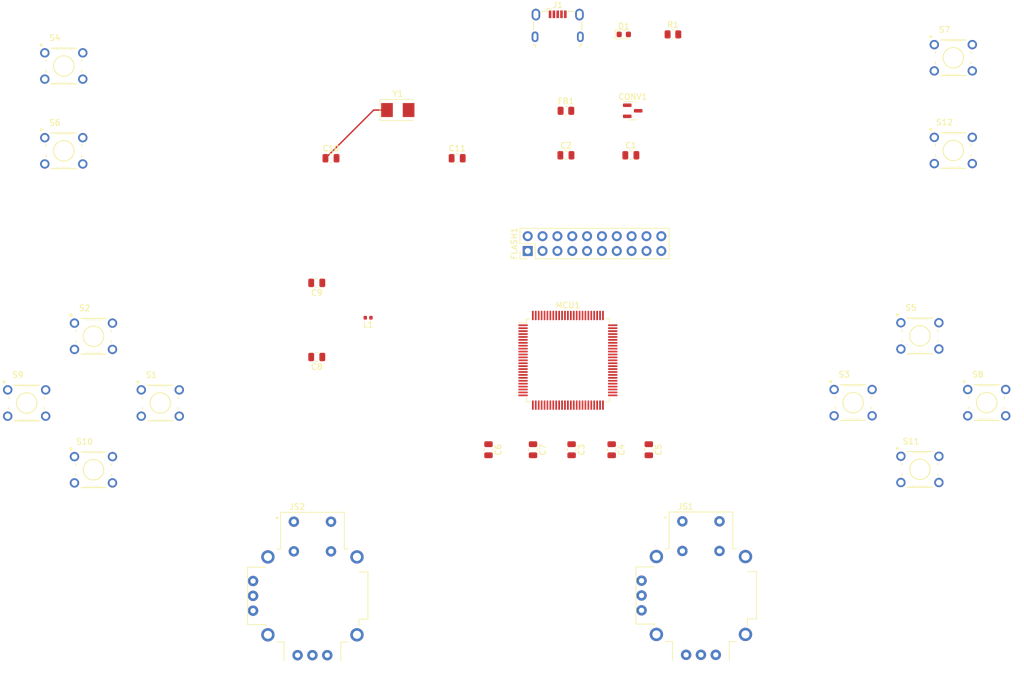
<source format=kicad_pcb>
(kicad_pcb (version 20211014) (generator pcbnew)
  (layers (0 "F.Cu" signal) (31 "B.Cu" signal) (34 "B.Paste" user) (35 "F.Paste" user) (36 "B.SilkS" user "B.Silkscreen") (37 "F.SilkS" user "F.Silkscreen") (38 "B.Mask" user) (39 "F.Mask" user) (44 "Edge.Cuts" user))
  (net 0 "")
  (net 1 "VCC")
  (net 2 "GND")
  (net 3 "+3V3")
  (net 4 "+3.3VA")
  (net 5 "Net-(D1-Pad1)")
  (net 6 "+5V")
  (net 7 "USB_DM")
  (net 8 "USB_DP")
  (net 11 "Net-(MCU1-Pad12)")
  (net 12 "Net-(MCU1-Pad13)")
  (net 23 "PC1")
  (net 24 "PC2")
  (net 28 "Y1")
  (net 29 "X1")
  (net 35 "PC4")
  (net 36 "PC5")
  (net 37 "Y2")
  (net 38 "X2")
  (net 40 "PE7")
  (net 44 "PE11")
  (net 58 "SEL1")
  (net 59 "SEL2")
  (net 64 "PC6")
  (net 66 "PC8")
  (net 67 "PC9")
  (net 73 "/SW_DIO")
  (net 76 "PC11")
  (net 79 "PD1")
  (net 80 "PD2")
  (net 91 "/SW_CLK")
  (net 96 "Net-(JS1-PadS1)")
  (net 97 "Net-(JS2-PadS1)")
  (footprint "Connector_PinHeader_2.54mm:PinHeader_2x10_P2.54mm_Vertical" (layer "F.Cu") (at 151.77 86.365 90)
    (fp_text reference "FLASH1" (at 1.27 -2.33 90) (layer "F.SilkS"))
    (fp_text value "JTAG/SWD")
    (pad "1" thru_hole rect (at 0 0 90) (size 1.7 1.7) (drill 1) (layers *.Cu *.Mask) (net 3 "+3V3"))
    (pad "2" thru_hole oval (at 2.54 0 90) (size 1.7 1.7) (drill 1) (layers *.Cu *.Mask))
    (pad "3" thru_hole oval (at 0 2.54 90) (size 1.7 1.7) (drill 1) (layers *.Cu *.Mask))
    (pad "4" thru_hole oval (at 2.54 2.54 90) (size 1.7 1.7) (drill 1) (layers *.Cu *.Mask) (net 2 "GND"))
    (pad "5" thru_hole oval (at 0 5.08 90) (size 1.7 1.7) (drill 1) (layers *.Cu *.Mask))
    (pad "6" thru_hole oval (at 2.54 5.08 90) (size 1.7 1.7) (drill 1) (layers *.Cu *.Mask) (net 2 "GND"))
    (pad "7" thru_hole oval (at 0 7.62 90) (size 1.7 1.7) (drill 1) (layers *.Cu *.Mask) (net 73 "/SW_DIO"))
    (pad "8" thru_hole oval (at 2.54 7.62 90) (size 1.7 1.7) (drill 1) (layers *.Cu *.Mask) (net 2 "GND"))
    (pad "9" thru_hole oval (at 0 10.16 90) (size 1.7 1.7) (drill 1) (layers *.Cu *.Mask) (net 91 "/SW_CLK"))
    (pad "10" thru_hole oval (at 2.54 10.16 90) (size 1.7 1.7) (drill 1) (layers *.Cu *.Mask) (net 2 "GND"))
    (pad "11" thru_hole oval (at 0 12.7 90) (size 1.7 1.7) (drill 1) (layers *.Cu *.Mask))
    (pad "12" thru_hole oval (at 2.54 12.7 90) (size 1.7 1.7) (drill 1) (layers *.Cu *.Mask) (net 2 "GND"))
    (pad "13" thru_hole oval (at 0 15.24 90) (size 1.7 1.7) (drill 1) (layers *.Cu *.Mask))
    (pad "14" thru_hole oval (at 2.54 15.24 90) (size 1.7 1.7) (drill 1) (layers *.Cu *.Mask) (net 2 "GND"))
    (pad "15" thru_hole oval (at 0 17.78 90) (size 1.7 1.7) (drill 1) (layers *.Cu *.Mask))
    (pad "16" thru_hole oval (at 2.54 17.78 90) (size 1.7 1.7) (drill 1) (layers *.Cu *.Mask) (net 2 "GND"))
    (pad "17" thru_hole oval (at 0 20.32 90) (size 1.7 1.7) (drill 1) (layers *.Cu *.Mask))
    (pad "18" thru_hole oval (at 2.54 20.32 90) (size 1.7 1.7) (drill 1) (layers *.Cu *.Mask) (net 2 "GND"))
    (pad "19" thru_hole oval (at 0 22.86 90) (size 1.7 1.7) (drill 1) (layers *.Cu *.Mask))
    (pad "20" thru_hole oval (at 2.54 22.86 90) (size 1.7 1.7) (drill 1) (layers *.Cu *.Mask) (net 2 "GND"))
  )
  (footprint "COM-09032:XDCR_COM-09032" (layer "F.Cu") (at 114.935 145.415)
    (fp_text reference "JS2" (at -2.625 -15.235) (layer "F.SilkS"))
    (fp_text value "COM-09032")
    (pad "B1A" thru_hole circle locked (at -3.175 -12.7) (size 1.778 1.778) (drill 0.9) (layers *.Cu *.Mask) (net 59 "SEL2"))
    (pad "B1B" thru_hole circle locked (at 3.175 -12.7) (size 1.778 1.778) (drill 0.9) (layers *.Cu *.Mask))
    (pad "B2A" thru_hole circle locked (at -3.175 -7.62) (size 1.778 1.778) (drill 0.9) (layers *.Cu *.Mask) (net 2 "GND"))
    (pad "B2B" thru_hole circle locked (at 3.175 -7.62) (size 1.778 1.778) (drill 0.9) (layers *.Cu *.Mask))
    (pad "H1" thru_hole circle locked (at -2.54 10.16) (size 1.778 1.778) (drill 0.889) (layers *.Cu *.Mask) (net 3 "+3V3"))
    (pad "H2" thru_hole circle locked (at 0 10.16) (size 1.778 1.778) (drill 0.889) (layers *.Cu *.Mask) (net 38 "X2"))
    (pad "H3" thru_hole circle locked (at 2.54 10.16) (size 1.778 1.778) (drill 0.889) (layers *.Cu *.Mask) (net 2 "GND"))
    (pad "S1" thru_hole circle locked (at -7.62 -6.6675) (size 2.286 2.286) (drill 1.397) (layers *.Cu *.Mask) (net 97 "Net-(JS2-PadS1)"))
    (pad "S2" thru_hole circle locked (at -7.62 6.6675) (size 2.286 2.286) (drill 1.397) (layers *.Cu *.Mask) (net 97 "Net-(JS2-PadS1)"))
    (pad "S3" thru_hole circle locked (at 7.62 6.6675) (size 2.286 2.286) (drill 1.397) (layers *.Cu *.Mask) (net 97 "Net-(JS2-PadS1)"))
    (pad "S4" thru_hole circle locked (at 7.62 -6.6675) (size 2.286 2.286) (drill 1.397) (layers *.Cu *.Mask) (net 97 "Net-(JS2-PadS1)"))
    (pad "V1" thru_hole circle locked (at -10.16 -2.54) (size 1.778 1.778) (drill 0.889) (layers *.Cu *.Mask) (net 3 "+3V3"))
    (pad "V2" thru_hole circle locked (at -10.16 0) (size 1.778 1.778) (drill 0.889) (layers *.Cu *.Mask) (net 37 "Y2"))
    (pad "V3" thru_hole circle locked (at -10.16 2.54) (size 1.778 1.778) (drill 0.889) (layers *.Cu *.Mask) (net 2 "GND"))
  )
  (footprint "Capacitor_SMD:C_0805_2012Metric" (layer "F.Cu") (at 169.418 69.977)
    (fp_text reference "C1" (at 0 -1.68) (layer "F.SilkS"))
    (fp_text value "1u")
    (pad "1" smd roundrect locked (at -0.95 0) (size 1 1.45) (layers "F.Cu" "F.Paste" "F.Mask") (net 1 "VCC"))
    (pad "2" smd roundrect locked (at 0.95 0) (size 1 1.45) (layers "F.Cu" "F.Paste" "F.Mask") (net 2 "GND"))
  )
  (footprint "Capacitor_SMD:C_0805_2012Metric" (layer "F.Cu") (at 159.281 120.396 -90)
    (fp_text reference "C3" (at 0 -1.68 90) (layer "F.SilkS"))
    (fp_text value "4u7")
    (pad "1" smd roundrect locked (at -0.95 0 270) (size 1 1.45) (layers "F.Cu" "F.Paste" "F.Mask") (net 3 "+3V3"))
    (pad "2" smd roundrect locked (at 0.95 0 270) (size 1 1.45) (layers "F.Cu" "F.Paste" "F.Mask") (net 2 "GND"))
  )
  (footprint "Inductor_SMD:L_0402_1005Metric" (layer "F.Cu") (at 124.46 97.79 180)
    (fp_text reference "L1" (at 0 -1.17) (layer "F.SilkS"))
    (fp_text value "27n")
    (pad "1" smd roundrect locked (at -0.485 0 180) (size 0.59 0.64) (layers "F.Cu" "F.Paste" "F.Mask") (net 3 "+3V3"))
    (pad "2" smd roundrect locked (at 0.485 0 180) (size 0.59 0.64) (layers "F.Cu" "F.Paste" "F.Mask") (net 4 "+3.3VA"))
  )
  (footprint "B3F-1000:SW_B3F-1000" (layer "F.Cu") (at 72.39 54.685)
    (fp_text reference "S4" (at -1.523015 -4.818045) (layer "F.SilkS") (effects (font (size 1.000008 1.000008))))
    (fp_text value "B3F-1000")
    (pad "1" thru_hole circle locked (at -3.25 -2.25) (size 1.6 1.6) (drill 1) (layers *.Cu *.Mask))
    (pad "2" thru_hole circle locked (at 3.25 -2.25) (size 1.6 1.6) (drill 1) (layers *.Cu *.Mask))
    (pad "3" thru_hole circle locked (at -3.25 2.25) (size 1.6 1.6) (drill 1) (layers *.Cu *.Mask) (net 2 "GND"))
    (pad "4" thru_hole circle locked (at 3.25 2.25) (size 1.6 1.6) (drill 1) (layers *.Cu *.Mask) (net 40 "PE7"))
  )
  (footprint "Crystal:Crystal_SMD_5032-2Pin_5.0x3.2mm" (layer "F.Cu") (at 129.54 62.23)
    (fp_text reference "Y1" (at 0 -2.8) (layer "F.SilkS"))
    (fp_text value "8MHz")
    (pad "1" smd rect (at -1.85 0) (size 2 2.4) (layers "F.Cu" "F.Paste" "F.Mask") (net 11 "Net-(MCU1-Pad12)"))
    (pad "2" smd rect (at 1.85 0) (size 2 2.4) (layers "F.Cu" "F.Paste" "F.Mask") (net 12 "Net-(MCU1-Pad13)"))
  )
  (footprint "Capacitor_SMD:C_0805_2012Metric" (layer "F.Cu") (at 172.489 120.396 -90)
    (fp_text reference "C5" (at 0 -1.68 90) (layer "F.SilkS"))
    (fp_text value "100n")
    (pad "1" smd roundrect locked (at -0.95 0 270) (size 1 1.45) (layers "F.Cu" "F.Paste" "F.Mask") (net 3 "+3V3"))
    (pad "2" smd roundrect locked (at 0.95 0 270) (size 1 1.45) (layers "F.Cu" "F.Paste" "F.Mask") (net 2 "GND"))
  )
  (footprint "B3F-1000:SW_B3F-1000" (layer "F.Cu") (at 224.59 69.152846)
    (fp_text reference "S12" (at -1.523015 -4.818045) (layer "F.SilkS") (effects (font (size 1.000008 1.000008))))
    (fp_text value "B3F-1000")
    (pad "1" thru_hole circle locked (at -3.25 -2.25) (size 1.6 1.6) (drill 1) (layers *.Cu *.Mask) (net 2 "GND"))
    (pad "2" thru_hole circle locked (at 3.25 -2.25) (size 1.6 1.6) (drill 1) (layers *.Cu *.Mask))
    (pad "3" thru_hole circle locked (at -3.25 2.25) (size 1.6 1.6) (drill 1) (layers *.Cu *.Mask))
    (pad "4" thru_hole circle locked (at 3.25 2.25) (size 1.6 1.6) (drill 1) (layers *.Cu *.Mask) (net 64 "PC6"))
  )
  (footprint "B3F-1000:SW_B3F-1000" (layer "F.Cu") (at 77.47 100.965)
    (fp_text reference "S2" (at -1.523015 -4.818045) (layer "F.SilkS") (effects (font (size 1.000008 1.000008))))
    (fp_text value "B3F-1000")
    (pad "1" thru_hole circle locked (at -3.25 -2.25) (size 1.6 1.6) (drill 1) (layers *.Cu *.Mask))
    (pad "2" thru_hole circle locked (at 3.25 -2.25) (size 1.6 1.6) (drill 1) (layers *.Cu *.Mask))
    (pad "3" thru_hole circle locked (at -3.25 2.25) (size 1.6 1.6) (drill 1) (layers *.Cu *.Mask) (net 2 "GND"))
    (pad "4" thru_hole circle locked (at 3.25 2.25) (size 1.6 1.6) (drill 1) (layers *.Cu *.Mask) (net 35 "PC4"))
  )
  (footprint "Capacitor_SMD:C_0805_2012Metric" (layer "F.Cu") (at 152.677 120.396 -90)
    (fp_text reference "C7" (at 0 -1.68 90) (layer "F.SilkS"))
    (fp_text value "100n")
    (pad "1" smd roundrect locked (at -0.95 0 270) (size 1 1.45) (layers "F.Cu" "F.Paste" "F.Mask") (net 3 "+3V3"))
    (pad "2" smd roundrect locked (at 0.95 0 270) (size 1 1.45) (layers "F.Cu" "F.Paste" "F.Mask") (net 2 "GND"))
  )
  (footprint "B3F-1000:SW_B3F-1000" (layer "F.Cu") (at 66.04 112.395)
    (fp_text reference "S9" (at -1.523015 -4.818045) (layer "F.SilkS") (effects (font (size 1.000008 1.000008))))
    (fp_text value "B3F-1000")
    (pad "1" thru_hole circle locked (at -3.25 -2.25) (size 1.6 1.6) (drill 1) (layers *.Cu *.Mask))
    (pad "2" thru_hole circle locked (at 3.25 -2.25) (size 1.6 1.6) (drill 1) (layers *.Cu *.Mask))
    (pad "3" thru_hole circle locked (at -3.25 2.25) (size 1.6 1.6) (drill 1) (layers *.Cu *.Mask) (net 2 "GND"))
    (pad "4" thru_hole circle locked (at 3.25 2.25) (size 1.6 1.6) (drill 1) (layers *.Cu *.Mask) (net 66 "PC8"))
  )
  (footprint "Capacitor_SMD:C_0805_2012Metric" (layer "F.Cu") (at 115.674 91.821 180)
    (fp_text reference "C9" (at 0 -1.68) (layer "F.SilkS"))
    (fp_text value "100n")
    (pad "1" smd roundrect locked (at -0.95 0 180) (size 1 1.45) (layers "F.Cu" "F.Paste" "F.Mask") (net 4 "+3.3VA"))
    (pad "2" smd roundrect locked (at 0.95 0 180) (size 1 1.45) (layers "F.Cu" "F.Paste" "F.Mask") (net 2 "GND"))
  )
  (footprint "B3F-1000:SW_B3F-1000" (layer "F.Cu") (at 88.9 112.395)
    (fp_text reference "S1" (at -1.523015 -4.818045) (layer "F.SilkS") (effects (font (size 1.000008 1.000008))))
    (fp_text value "B3F-1000")
    (pad "1" thru_hole circle locked (at -3.25 -2.25) (size 1.6 1.6) (drill 1) (layers *.Cu *.Mask))
    (pad "2" thru_hole circle locked (at 3.25 -2.25) (size 1.6 1.6) (drill 1) (layers *.Cu *.Mask))
    (pad "3" thru_hole circle locked (at -3.25 2.25) (size 1.6 1.6) (drill 1) (layers *.Cu *.Mask) (net 2 "GND"))
    (pad "4" thru_hole circle locked (at 3.25 2.25) (size 1.6 1.6) (drill 1) (layers *.Cu *.Mask) (net 24 "PC2"))
  )
  (footprint "Connector_USB:USB_Micro-B_Wuerth_629105150521" (layer "F.Cu") (at 156.899 47.736)
    (fp_text reference "J1" (at 0 -3.5) (layer "F.SilkS"))
    (fp_text value "USB_B_Micro")
    (pad "" np_thru_hole oval locked (at 2.5 -0.8) (size 0.8 0.8) (drill 0.8) (layers *.Cu *.Mask))
    (pad "" np_thru_hole oval locked (at -2.5 -0.8) (size 0.8 0.8) (drill 0.8) (layers *.Cu *.Mask))
    (pad "1" smd rect locked (at -1.3 -1.9) (size 0.45 1.3) (layers "F.Cu" "F.Paste" "F.Mask") (net 6 "+5V"))
    (pad "2" smd rect locked (at -0.65 -1.9) (size 0.45 1.3) (layers "F.Cu" "F.Paste" "F.Mask") (net 7 "USB_DM"))
    (pad "3" smd rect locked (at 0 -1.9) (size 0.45 1.3) (layers "F.Cu" "F.Paste" "F.Mask") (net 8 "USB_DP"))
    (pad "4" smd rect locked (at 0.65 -1.9) (size 0.45 1.3) (layers "F.Cu" "F.Paste" "F.Mask"))
    (pad "5" smd rect locked (at 1.3 -1.9) (size 0.45 1.3) (layers "F.Cu" "F.Paste" "F.Mask") (net 2 "GND"))
    (pad "6" thru_hole oval locked (at -3.875 1.95) (size 1.15 1.8) (drill oval 0.55 1.2) (layers *.Cu *.Mask))
    (pad "6" thru_hole oval locked (at -3.725 -1.85) (size 1.45 2) (drill oval 0.85 1.4) (layers *.Cu *.Mask))
    (pad "6" thru_hole oval locked (at 3.875 1.95) (size 1.15 1.8) (drill oval 0.55 1.2) (layers *.Cu *.Mask))
    (pad "6" thru_hole oval locked (at 3.725 -1.85) (size 1.45 2) (drill oval 0.85 1.4) (layers *.Cu *.Mask))
  )
  (footprint "B3F-1000:SW_B3F-1000" (layer "F.Cu") (at 218.875 100.902846)
    (fp_text reference "S5" (at -1.523015 -4.818045) (layer "F.SilkS") (effects (font (size 1.000008 1.000008))))
    (fp_text value "B3F-1000")
    (pad "1" thru_hole circle locked (at -3.25 -2.25) (size 1.6 1.6) (drill 1) (layers *.Cu *.Mask))
    (pad "2" thru_hole circle locked (at 3.25 -2.25) (size 1.6 1.6) (drill 1) (layers *.Cu *.Mask))
    (pad "3" thru_hole circle locked (at -3.25 2.25) (size 1.6 1.6) (drill 1) (layers *.Cu *.Mask) (net 2 "GND"))
    (pad "4" thru_hole circle locked (at 3.25 2.25) (size 1.6 1.6) (drill 1) (layers *.Cu *.Mask) (net 44 "PE11"))
  )
  (footprint "Capacitor_SMD:C_0805_2012Metric" (layer "F.Cu") (at 115.674 104.521 180)
    (fp_text reference "C8" (at 0 -1.68) (layer "F.SilkS"))
    (fp_text value "1u")
    (pad "1" smd roundrect locked (at -0.95 0 180) (size 1 1.45) (layers "F.Cu" "F.Paste" "F.Mask") (net 4 "+3.3VA"))
    (pad "2" smd roundrect locked (at 0.95 0 180) (size 1 1.45) (layers "F.Cu" "F.Paste" "F.Mask") (net 2 "GND"))
  )
  (footprint "B3F-1000:SW_B3F-1000" (layer "F.Cu") (at 77.47 123.825)
    (fp_text reference "S10" (at -1.523015 -4.818045) (layer "F.SilkS") (effects (font (size 1.000008 1.000008))))
    (fp_text value "B3F-1000")
    (pad "1" thru_hole circle locked (at -3.25 -2.25) (size 1.6 1.6) (drill 1) (layers *.Cu *.Mask))
    (pad "2" thru_hole circle locked (at 3.25 -2.25) (size 1.6 1.6) (drill 1) (layers *.Cu *.Mask))
    (pad "3" thru_hole circle locked (at -3.25 2.25) (size 1.6 1.6) (drill 1) (layers *.Cu *.Mask) (net 2 "GND"))
    (pad "4" thru_hole circle locked (at 3.25 2.25) (size 1.6 1.6) (drill 1) (layers *.Cu *.Mask) (net 67 "PC9"))
  )
  (footprint "Diode_SMD:D_0603_1608Metric" (layer "F.Cu") (at 168.2115 49.276)
    (fp_text reference "D1" (at 0 -1.43) (layer "F.SilkS"))
    (fp_text value "LED")
    (pad "1" smd roundrect locked (at -0.7875 0) (size 0.875 0.95) (layers "F.Cu" "F.Paste" "F.Mask") (net 5 "Net-(D1-Pad1)"))
    (pad "2" smd roundrect locked (at 0.7875 0) (size 0.875 0.95) (layers "F.Cu" "F.Paste" "F.Mask") (net 3 "+3V3"))
  )
  (footprint "Capacitor_SMD:C_0805_2012Metric" (layer "F.Cu") (at 118.11 70.485)
    (fp_text reference "C10" (at 0 -1.68) (layer "F.SilkS"))
    (fp_text value "30p")
    (pad "1" smd roundrect (at -0.95 0) (size 1 1.45) (layers "F.Cu" "F.Paste" "F.Mask") (net 11 "Net-(MCU1-Pad12)"))
    (pad "2" smd roundrect (at 0.95 0) (size 1 1.45) (layers "F.Cu" "F.Paste" "F.Mask") (net 2 "GND"))
  )
  (footprint "Capacitor_SMD:C_0805_2012Metric" (layer "F.Cu") (at 139.7 70.485)
    (fp_text reference "C11" (at 0 -1.68) (layer "F.SilkS"))
    (fp_text value "30p")
    (pad "1" smd roundrect (at -0.95 0) (size 1 1.45) (layers "F.Cu" "F.Paste" "F.Mask") (net 12 "Net-(MCU1-Pad13)"))
    (pad "2" smd roundrect (at 0.95 0) (size 1 1.45) (layers "F.Cu" "F.Paste" "F.Mask") (net 2 "GND"))
  )
  (footprint "Capacitor_SMD:C_0805_2012Metric" (layer "F.Cu") (at 166.139 120.396 -90)
    (fp_text reference "C4" (at 0 -1.68 90) (layer "F.SilkS"))
    (fp_text value "100n")
    (pad "1" smd roundrect locked (at -0.95 0 270) (size 1 1.45) (layers "F.Cu" "F.Paste" "F.Mask") (net 3 "+3V3"))
    (pad "2" smd roundrect locked (at 0.95 0 270) (size 1 1.45) (layers "F.Cu" "F.Paste" "F.Mask") (net 2 "GND"))
  )
  (footprint "B3F-1000:SW_B3F-1000" (layer "F.Cu") (at 72.39 69.215)
    (fp_text reference "S6" (at -1.523015 -4.818045) (layer "F.SilkS") (effects (font (size 1.000008 1.000008))))
    (fp_text value "B3F-1000")
    (pad "1" thru_hole circle locked (at -3.25 -2.25) (size 1.6 1.6) (drill 1) (layers *.Cu *.Mask))
    (pad "2" thru_hole circle locked (at 3.25 -2.25) (size 1.6 1.6) (drill 1) (layers *.Cu *.Mask))
    (pad "3" thru_hole circle locked (at -3.25 2.25) (size 1.6 1.6) (drill 1) (layers *.Cu *.Mask) (net 2 "GND"))
    (pad "4" thru_hole circle locked (at 3.25 2.25) (size 1.6 1.6) (drill 1) (layers *.Cu *.Mask) (net 79 "PD1"))
  )
  (footprint "Resistor_SMD:R_0805_2012Metric" (layer "F.Cu") (at 158.308 62.357)
    (fp_text reference "FB1" (at 0 -1.65) (layer "F.SilkS"))
    (fp_text value "100R")
    (pad "1" smd roundrect (at -0.9125 0) (size 1.025 1.4) (layers "F.Cu" "F.Paste" "F.Mask") (roundrect_rratio 0.243902) (net 1 "VCC"))
    (pad "2" smd roundrect (at 0.9125 0) (size 1.025 1.4) (layers "F.Cu" "F.Paste" "F.Mask") (roundrect_rratio 0.243902) (net 6 "+5V"))
  )
  (footprint "Package_TO_SOT_SMD:SOT-23" (layer "F.Cu") (at 169.738 62.357)
    (fp_text reference "CONV1" (at 0 -2.4) (layer "F.SilkS"))
    (fp_text value "XC6206PxxxMR")
    (pad "1" smd roundrect locked (at -0.9375 -0.95) (size 1.475 0.6) (layers "F.Cu" "F.Paste" "F.Mask") (net 2 "GND"))
    (pad "2" smd roundrect locked (at -0.9375 0.95) (size 1.475 0.6) (layers "F.Cu" "F.Paste" "F.Mask") (net 3 "+3V3"))
    (pad "3" smd roundrect locked (at 0.9375 0) (size 1.475 0.6) (layers "F.Cu" "F.Paste" "F.Mask") (net 1 "VCC"))
  )
  (footprint "B3F-1000:SW_B3F-1000" (layer "F.Cu") (at 224.59 53.277846)
    (fp_text reference "S7" (at -1.523015 -4.818045) (layer "F.SilkS") (effects (font (size 1.000008 1.000008))))
    (fp_text value "B3F-1000")
    (pad "1" thru_hole circle locked (at -3.25 -2.25) (size 1.6 1.6) (drill 1) (layers *.Cu *.Mask))
    (pad "2" thru_hole circle locked (at 3.25 -2.25) (size 1.6 1.6) (drill 1) (layers *.Cu *.Mask))
    (pad "3" thru_hole circle locked (at -3.25 2.25) (size 1.6 1.6) (drill 1) (layers *.Cu *.Mask) (net 2 "GND"))
    (pad "4" thru_hole circle locked (at 3.25 2.25) (size 1.6 1.6) (drill 1) (layers *.Cu *.Mask) (net 80 "PD2"))
  )
  (footprint "Capacitor_SMD:C_0805_2012Metric" (layer "F.Cu") (at 145.057 120.396 -90)
    (fp_text reference "C6" (at 0 -1.68 90) (layer "F.SilkS"))
    (fp_text value "100n")
    (pad "1" smd roundrect locked (at -0.95 0 270) (size 1 1.45) (layers "F.Cu" "F.Paste" "F.Mask") (net 3 "+3V3"))
    (pad "2" smd roundrect locked (at 0.95 0 270) (size 1 1.45) (layers "F.Cu" "F.Paste" "F.Mask") (net 2 "GND"))
  )
  (footprint "Resistor_SMD:R_0805_2012Metric" (layer "F.Cu") (at 176.619 49.276)
    (fp_text reference "R1" (at 0 -1.65) (layer "F.SilkS"))
    (fp_text value "1k5")
    (pad "1" smd roundrect locked (at -0.9125 0) (size 1.025 1.4) (layers "F.Cu" "F.Paste" "F.Mask") (roundrect_rratio 0.243902) (net 5 "Net-(D1-Pad1)"))
    (pad "2" smd roundrect locked (at 0.9125 0) (size 1.025 1.4) (layers "F.Cu" "F.Paste" "F.Mask") (roundrect_rratio 0.243902) (net 2 "GND"))
  )
  (footprint "Package_QFP:LQFP-100_14x14mm_P0.5mm" (layer "F.Cu") (at 158.646 105.084)
    (fp_text reference "MCU1" (at 0 -9.42) (layer "F.SilkS"))
    (fp_text value "STM32F407VGTx")
    (pad "1" smd roundrect locked (at -7.675 -6) (size 1.6 0.3) (layers "F.Cu" "F.Paste" "F.Mask"))
    (pad "2" smd roundrect locked (at -7.675 -5.5) (size 1.6 0.3) (layers "F.Cu" "F.Paste" "F.Mask"))
    (pad "3" smd roundrect locked (at -7.675 -5) (size 1.6 0.3) (layers "F.Cu" "F.Paste" "F.Mask"))
    (pad "4" smd roundrect locked (at -7.675 -4.5) (size 1.6 0.3) (layers "F.Cu" "F.Paste" "F.Mask"))
    (pad "5" smd roundrect locked (at -7.675 -4) (size 1.6 0.3) (layers "F.Cu" "F.Paste" "F.Mask"))
    (pad "6" smd roundrect locked (at -7.675 -3.5) (size 1.6 0.3) (layers "F.Cu" "F.Paste" "F.Mask") (net 3 "+3V3"))
    (pad "7" smd roundrect locked (at -7.675 -3) (size 1.6 0.3) (layers "F.Cu" "F.Paste" "F.Mask"))
    (pad "8" smd roundrect locked (at -7.675 -2.5) (size 1.6 0.3) (layers "F.Cu" "F.Paste" "F.Mask"))
    (pad "9" smd roundrect locked (at -7.675 -2) (size 1.6 0.3) (layers "F.Cu" "F.Paste" "F.Mask"))
    (pad "10" smd roundrect locked (at -7.675 -1.5) (size 1.6 0.3) (layers "F.Cu" "F.Paste" "F.Mask") (net 2 "GND"))
    (pad "11" smd roundrect locked (at -7.675 -1) (size 1.6 0.3) (layers "F.Cu" "F.Paste" "F.Mask") (net 3 "+3V3"))
    (pad "12" smd roundrect locked (at -7.675 -0.5) (size 1.6 0.3) (layers "F.Cu" "F.Paste" "F.Mask") (net 11 "Net-(MCU1-Pad12)"))
    (pad "13" smd roundrect locked (at -7.675 0) (size 1.6 0.3) (layers "F.Cu" "F.Paste" "F.Mask") (net 12 "Net-(MCU1-Pad13)"))
    (pad "14" smd roundrect locked (at -7.675 0.5) (size 1.6 0.3) (layers "F.Cu" "F.Paste" "F.Mask"))
    (pad "15" smd roundrect locked (at -7.675 1) (size 1.6 0.3) (layers "F.Cu" "F.Paste" "F.Mask"))
    (pad "16" smd roundrect locked (at -7.675 1.5) (size 1.6 0.3) (layers "F.Cu" "F.Paste" "F.Mask") (net 23 "PC1"))
    (pad "17" smd roundrect locked (at -7.675 2) (size 1.6 0.3) (layers "F.Cu" "F.Paste" "F.Mask") (net 24 "PC2"))
    (pad "18" smd roundrect locked (at -7.675 2.5) (size 1.6 0.3) (layers "F.Cu" "F.Paste" "F.Mask"))
    (pad "19" smd roundrect locked (at -7.675 3) (size 1.6 0.3) (layers "F.Cu" "F.Paste" "F.Mask") (net 3 "+3V3"))
    (pad "20" smd roundrect locked (at -7.675 3.5) (size 1.6 0.3) (layers "F.Cu" "F.Paste" "F.Mask") (net 2 "GND"))
    (pad "21" smd roundrect locked (at -7.675 4) (size 1.6 0.3) (layers "F.Cu" "F.Paste" "F.Mask"))
    (pad "22" smd roundrect locked (at -7.675 4.5) (size 1.6 0.3) (layers "F.Cu" "F.Paste" "F.Mask") (net 4 "+3.3VA"))
    (pad "23" smd roundrect locked (at -7.675 5) (size 1.6 0.3) (layers "F.Cu" "F.Paste" "F.Mask"))
    (pad "24" smd roundrect locked (at -7.675 5.5) (size 1.6 0.3) (layers "F.Cu" "F.Paste" "F.Mask") (net 28 "Y1"))
    (pad "25" smd roundrect locked (at -7.675 6) (size 1.6 0.3) (layers "F.Cu" "F.Paste" "F.Mask") (net 29 "X1"))
    (pad "26" smd roundrect locked (at -6 7.675) (size 0.3 1.6) (layers "F.Cu" "F.Paste" "F.Mask"))
    (pad "27" smd roundrect locked (at -5.5 7.675) (size 0.3 1.6) (layers "F.Cu" "F.Paste" "F.Mask") (net 2 "GND"))
    (pad "28" smd roundrect locked (at -5 7.675) (size 0.3 1.6) (layers "F.Cu" "F.Paste" "F.Mask") (net 3 "+3V3"))
    (pad "29" smd roundrect locked (at -4.5 7.675) (size 0.3 1.6) (layers "F.Cu" "F.Paste" "F.Mask"))
    (pad "30" smd roundrect locked (at -4 7.675) (size 0.3 1.6) (layers "F.Cu" "F.Paste" "F.Mask"))
    (pad "31" smd roundrect locked (at -3.5 7.675) (size 0.3 1.6) (layers "F.Cu" "F.Paste" "F.Mask"))
    (pad "32" smd roundrect locked (at -3 7.675) (size 0.3 1.6) (layers "F.Cu" "F.Paste" "F.Mask"))
    (pad "33" smd roundrect locked (at -2.5 7.675) (size 0.3 1.6) (layers "F.Cu" "F.Paste" "F.Mask") (net 35 "PC4"))
    (pad "34" smd roundrect locked (at -2 7.675) (size 0.3 1.6) (layers "F.Cu" "F.Paste" "F.Mask") (net 36 "PC5"))
    (pad "35" smd roundrect locked (at -1.5 7.675) (size 0.3 1.6) (layers "F.Cu" "F.Paste" "F.Mask") (net 37 "Y2"))
    (pad "36" smd roundrect locked (at -1 7.675) (size 0.3 1.6) (layers "F.Cu" "F.Paste" "F.Mask") (net 38 "X2"))
    (pad "37" smd roundrect locked (at -0.5 7.675) (size 0.3 1.6) (layers "F.Cu" "F.Paste" "F.Mask"))
    (pad "38" smd roundrect locked (at 0 7.675) (size 0.3 1.6) (layers "F.Cu" "F.Paste" "F.Mask") (net 40 "PE7"))
    (pad "39" smd roundrect locked (at 0.5 7.675) (size 0.3 1.6) (layers "F.Cu" "F.Paste" "F.Mask"))
    (pad "40" smd roundrect locked (at 1 7.675) (size 0.3 1.6) (layers "F.Cu" "F.Paste" "F.Mask"))
    (pad "41" smd roundrect locked (at 1.5 7.675) (size 0.3 1.6) (layers "F.Cu" "F.Paste" "F.Mask"))
    (pad "42" smd roundrect locked (at 2 7.675) (size 0.3 1.6) (layers "F.Cu" "F.Paste" "F.Mask") (net 44 "PE11"))
    (pad "43" smd roundrect locked (at 2.5 7.675) (size 0.3 1.6) (layers "F.Cu" "F.Paste" "F.Mask"))
    (pad "44" smd roundrect locked (at 3 7.675) (size 0.3 1.6) (layers "F.Cu" "F.Paste" "F.Mask"))
    (pad "45" smd roundrect locked (at 3.5 7.675) (size 0.3 1.6) (layers "F.Cu" "F.Paste" "F.Mask"))
    (pad "46" smd roundrect locked (at 4 7.675) (size 0.3 1.6) (layers "F.Cu" "F.Paste" "F.Mask"))
    (pad "47" smd roundrect locked (at 4.5 7.675) (size 0.3 1.6) (layers "F.Cu" "F.Paste" "F.Mask"))
    (pad "48" smd roundrect locked (at 5 7.675) (size 0.3 1.6) (layers "F.Cu" "F.Paste" "F.Mask"))
    (pad "49" smd roundrect locked (at 5.5 7.675) (size 0.3 1.6) (layers "F.Cu" "F.Paste" "F.Mask"))
    (pad "50" smd roundrect locked (at 6 7.675) (size 0.3 1.6) (layers "F.Cu" "F.Paste" "F.Mask") (net 3 "+3V3"))
    (pad "51" smd roundrect locked (at 7.675 6) (size 1.6 0.3) (layers "F.Cu" "F.Paste" "F.Mask"))
    (pad "52" smd roundrect locked (at 7.675 5.5) (size 1.6 0.3) (layers "F.Cu" "F.Paste" "F.Mask"))
    (pad "53" smd roundrect locked (at 7.675 5) (size 1.6 0.3) (layers "F.Cu" "F.Paste" "F.Mask"))
    (pad "54" smd roundrect locked (at 7.675 4.5) (size 1.6 0.3) (layers "F.Cu" "F.Paste" "F.Mask"))
    (pad "55" smd roundrect locked (at 7.675 4) (size 1.6 0.3) (layers "F.Cu" "F.Paste" "F.Mask"))
    (pad "56" smd roundrect locked (at 7.675 3.5) (size 1.6 0.3) (layers "F.Cu" "F.Paste" "F.Mask"))
    (pad "57" smd roundrect locked (at 7.675 3) (size 1.6 0.3) (layers "F.Cu" "F.Paste" "F.Mask") (net 58 "SEL1"))
    (pad "58" smd roundrect locked (at 7.675 2.5) (size 1.6 0.3) (layers "F.Cu" "F.Paste" "F.Mask") (net 59 "SEL2"))
    (pad "59" smd roundrect locked (at 7.675 2) (size 1.6 0.3) (layers "F.Cu" "F.Paste" "F.Mask"))
    (pad "60" smd roundrect locked (at 7.675 1.5) (size 1.6 0.3) (layers "F.Cu" "F.Paste" "F.Mask"))
    (pad "61" smd roundrect locked (at 7.675 1) (size 1.6 0.3) (layers "F.Cu" "F.Paste" "F.Mask"))
    (pad "62" smd roundrect locked (at 7.675 0.5) (size 1.6 0.3) (layers "F.Cu" "F.Paste" "F.Mask"))
    (pad "63" smd roundrect locked (at 7.675 0) (size 1.6 0.3) (layers "F.Cu" "F.Paste" "F.Mask") (net 64 "PC6"))
    (pad "64" smd roundrect locked (at 7.675 -0.5) (size 1.6 0.3) (layers "F.Cu" "F.Paste" "F.Mask"))
    (pad "65" smd roundrect locked (at 7.675 -1) (size 1.6 0.3) (layers "F.Cu" "F.Paste" "F.Mask") (net 66 "PC8"))
    (pad "66" smd roundrect locked (at 7.675 -1.5) (size 1.6 0.3) (layers "F.Cu" "F.Paste" "F.Mask") (net 67 "PC9"))
    (pad "67" smd roundrect locked (at 7.675 -2) (size 1.6 0.3) (layers "F.Cu" "F.Paste" "F.Mask"))
    (pad "68" smd roundrect locked (at 7.675 -2.5) (size 1.6 0.3) (layers "F.Cu" "F.Paste" "F.Mask"))
    (pad "69" smd roundrect locked (at 7.675 -3) (size 1.6 0.3) (layers "F.Cu" "F.Paste" "F.Mask"))
    (pad "70" smd roundrect locked (at 7.675 -3.5) (size 1.6 0.3) (layers "F.Cu" "F.Paste" "F.Mask") (net 7 "USB_DM"))
    (pad "71" smd roundrect locked (at 7.675 -4) (size 1.6 0.3) (layers "F.Cu" "F.Paste" "F.Mask") (net 8 "USB_DP"))
    (pad "72" smd roundrect locked (at 7.675 -4.5) (size 1.6 0.3) (layers "F.Cu" "F.Paste" "F.Mask") (net 73 "/SW_DIO"))
    (pad "73" smd roundrect locked (at 7.675 -5) (size 1.6 0.3) (layers "F.Cu" "F.Paste" "F.Mask"))
    (pad "74" smd roundrect locked (at 7.675 -5.5) (size 1.6 0.3) (layers "F.Cu" "F.Paste" "F.Mask") (net 2 "GND"))
    (pad "75" smd roundrect locked (at 7.675 -6) (size 1.6 0.3) (layers "F.Cu" "F.Paste" "F.Mask") (net 3 "+3V3"))
    (pad "76" smd roundrect locked (at 6 -7.675) (size 0.3 1.6) (layers "F.Cu" "F.Paste" "F.Mask") (net 91 "/SW_CLK"))
    (pad "77" smd roundrect locked (at 5.5 -7.675) (size 0.3 1.6) (layers "F.Cu" "F.Paste" "F.Mask"))
    (pad "78" smd roundrect locked (at 5 -7.675) (size 0.3 1.6) (layers "F.Cu" "F.Paste" "F.Mask"))
    (pad "79" smd roundrect locked (at 4.5 -7.675) (size 0.3 1.6) (layers "F.Cu" "F.Paste" "F.Mask") (net 76 "PC11"))
    (pad "80" smd roundrect locked (at 4 -7.675) (size 0.3 1.6) (layers "F.Cu" "F.Paste" "F.Mask"))
    (pad "81" smd roundrect locked (at 3.5 -7.675) (size 0.3 1.6) (layers "F.Cu" "F.Paste" "F.Mask"))
    (pad "82" smd roundrect locked (at 3 -7.675) (size 0.3 1.6) (layers "F.Cu" "F.Paste" "F.Mask") (net 79 "PD1"))
    (pad "83" smd roundrect locked (at 2.5 -7.675) (size 0.3 1.6) (layers "F.Cu" "F.Paste" "F.Mask") (net 80 "PD2"))
    (pad "84" smd roundrect locked (at 2 -7.675) (size 0.3 1.6) (layers "F.Cu" "F.Paste" "F.Mask"))
    (pad "85" smd roundrect locked (at 1.5 -7.675) (size 0.3 1.6) (layers "F.Cu" "F.Paste" "F.Mask"))
    (pad "86" smd roundrect locked (at 1 -7.675) (size 0.3 1.6) (layers "F.Cu" "F.Paste" "F.Mask"))
    (pad "87" smd roundrect locked (at 0.5 -7.675) (size 0.3 1.6) (layers "F.Cu" "F.Paste" "F.Mask"))
    (pad "88" smd roundrect locked (at 0 -7.675) (size 0.3 1.6) (layers "F.Cu" "F.Paste" "F.Mask"))
    (pad "89" smd roundrect locked (at -0.5 -7.675) (size 0.3 1.6) (layers "F.Cu" "F.Paste" "F.Mask"))
    (pad "90" smd roundrect locked (at -1 -7.675) (size 0.3 1.6) (layers "F.Cu" "F.Paste" "F.Mask"))
    (pad "91" smd roundrect locked (at -1.5 -7.675) (size 0.3 1.6) (layers "F.Cu" "F.Paste" "F.Mask"))
    (pad "92" smd roundrect locked (at -2 -7.675) (size 0.3 1.6) (layers "F.Cu" "F.Paste" "F.Mask"))
    (pad "93" smd roundrect locked (at -2.5 -7.675) (size 0.3 1.6) (layers "F.Cu" "F.Paste" "F.Mask"))
    (pad "94" smd roundrect locked (at -3 -7.675) (size 0.3 1.6) (layers "F.Cu" "F.Paste" "F.Mask") (net 2 "GND"))
    (pad "95" smd roundrect locked (at -3.5 -7.675) (size 0.3 1.6) (layers "F.Cu" "F.Paste" "F.Mask"))
    (pad "96" smd roundrect locked (at -4 -7.675) (size 0.3 1.6) (layers "F.Cu" "F.Paste" "F.Mask"))
    (pad "97" smd roundrect locked (at -4.5 -7.675) (size 0.3 1.6) (layers "F.Cu" "F.Paste" "F.Mask"))
    (pad "98" smd roundrect locked (at -5 -7.675) (size 0.3 1.6) (layers "F.Cu" "F.Paste" "F.Mask"))
    (pad "99" smd roundrect locked (at -5.5 -7.675) (size 0.3 1.6) (layers "F.Cu" "F.Paste" "F.Mask") (net 2 "GND"))
    (pad "100" smd roundrect locked (at -6 -7.675) (size 0.3 1.6) (layers "F.Cu" "F.Paste" "F.Mask") (net 3 "+3V3"))
  )
  (footprint "B3F-1000:SW_B3F-1000" (layer "F.Cu") (at 207.445 112.332846)
    (fp_text reference "S3" (at -1.523015 -4.818045) (layer "F.SilkS") (effects (font (size 1.000008 1.000008))))
    (fp_text value "B3F-1000")
    (pad "1" thru_hole circle locked (at -3.25 -2.25) (size 1.6 1.6) (drill 1) (layers *.Cu *.Mask))
    (pad "2" thru_hole circle locked (at 3.25 -2.25) (size 1.6 1.6) (drill 1) (layers *.Cu *.Mask))
    (pad "3" thru_hole circle locked (at -3.25 2.25) (size 1.6 1.6) (drill 1) (layers *.Cu *.Mask) (net 2 "GND"))
    (pad "4" thru_hole circle locked (at 3.25 2.25) (size 1.6 1.6) (drill 1) (layers *.Cu *.Mask) (net 36 "PC5"))
  )
  (footprint "B3F-1000:SW_B3F-1000" (layer "F.Cu") (at 218.875 123.762846)
    (fp_text reference "S11" (at -1.523015 -4.818045) (layer "F.SilkS") (effects (font (size 1.000008 1.000008))))
    (fp_text value "B3F-1000")
    (pad "1" thru_hole circle locked (at -3.25 -2.25) (size 1.6 1.6) (drill 1) (layers *.Cu *.Mask) (net 2 "GND"))
    (pad "2" thru_hole circle locked (at 3.25 -2.25) (size 1.6 1.6) (drill 1) (layers *.Cu *.Mask))
    (pad "3" thru_hole circle locked (at -3.25 2.25) (size 1.6 1.6) (drill 1) (layers *.Cu *.Mask))
    (pad "4" thru_hole circle locked (at 3.25 2.25) (size 1.6 1.6) (drill 1) (layers *.Cu *.Mask) (net 23 "PC1"))
  )
  (footprint "COM-09032:XDCR_COM-09032" (layer "F.Cu") (at 181.41 145.352846)
    (fp_text reference "JS1" (at -2.625 -15.235) (layer "F.SilkS"))
    (fp_text value "COM-09032")
    (pad "B1A" thru_hole circle locked (at -3.175 -12.7) (size 1.778 1.778) (drill 0.9) (layers *.Cu *.Mask) (net 58 "SEL1"))
    (pad "B1B" thru_hole circle locked (at 3.175 -12.7) (size 1.778 1.778) (drill 0.9) (layers *.Cu *.Mask))
    (pad "B2A" thru_hole circle locked (at -3.175 -7.62) (size 1.778 1.778) (drill 0.9) (layers *.Cu *.Mask) (net 2 "GND"))
    (pad "B2B" thru_hole circle locked (at 3.175 -7.62) (size 1.778 1.778) (drill 0.9) (layers *.Cu *.Mask))
    (pad "H1" thru_hole circle locked (at -2.54 10.16) (size 1.778 1.778) (drill 0.889) (layers *.Cu *.Mask) (net 3 "+3V3"))
    (pad "H2" thru_hole circle locked (at 0 10.16) (size 1.778 1.778) (drill 0.889) (layers *.Cu *.Mask) (net 29 "X1"))
    (pad "H3" thru_hole circle locked (at 2.54 10.16) (size 1.778 1.778) (drill 0.889) (layers *.Cu *.Mask) (net 2 "GND"))
    (pad "S1" thru_hole circle locked (at -7.62 -6.6675) (size 2.286 2.286) (drill 1.397) (layers *.Cu *.Mask) (net 96 "Net-(JS1-PadS1)"))
    (pad "S2" thru_hole circle locked (at -7.62 6.6675) (size 2.286 2.286) (drill 1.397) (layers *.Cu *.Mask) (net 96 "Net-(JS1-PadS1)"))
    (pad "S3" thru_hole circle locked (at 7.62 6.6675) (size 2.286 2.286) (drill 1.397) (layers *.Cu *.Mask) (net 96 "Net-(JS1-PadS1)"))
    (pad "S4" thru_hole circle locked (at 7.62 -6.6675) (size 2.286 2.286) (drill 1.397) (layers *.Cu *.Mask) (net 96 "Net-(JS1-PadS1)"))
    (pad "V1" thru_hole circle locked (at -10.16 -2.54) (size 1.778 1.778) (drill 0.889) (layers *.Cu *.Mask) (net 3 "+3V3"))
    (pad "V2" thru_hole circle locked (at -10.16 0) (size 1.778 1.778) (drill 0.889) (layers *.Cu *.Mask) (net 28 "Y1"))
    (pad "V3" thru_hole circle locked (at -10.16 2.54) (size 1.778 1.778) (drill 0.889) (layers *.Cu *.Mask) (net 2 "GND"))
  )
  (footprint "B3F-1000:SW_B3F-1000" (layer "F.Cu") (at 230.305 112.332846)
    (fp_text reference "S8" (at -1.523015 -4.818045) (layer "F.SilkS") (effects (font (size 1.000008 1.000008))))
    (fp_text value "B3F-1000")
    (pad "1" thru_hole circle locked (at -3.25 -2.25) (size 1.6 1.6) (drill 1) (layers *.Cu *.Mask))
    (pad "2" thru_hole circle locked (at 3.25 -2.25) (size 1.6 1.6) (drill 1) (layers *.Cu *.Mask))
    (pad "3" thru_hole circle locked (at -3.25 2.25) (size 1.6 1.6) (drill 1) (layers *.Cu *.Mask) (net 2 "GND"))
    (pad "4" thru_hole circle locked (at 3.25 2.25) (size 1.6 1.6) (drill 1) (layers *.Cu *.Mask) (net 76 "PC11"))
  )
  (footprint "Capacitor_SMD:C_0805_2012Metric" (layer "F.Cu") (at 158.308 69.977)
    (fp_text reference "C2" (at 0 -1.68) (layer "F.SilkS"))
    (fp_text value "1u")
    (pad "1" smd roundrect locked (at -0.95 0) (size 1 1.45) (layers "F.Cu" "F.Paste" "F.Mask") (net 3 "+3V3"))
    (pad "2" smd roundrect locked (at 0.95 0) (size 1 1.45) (layers "F.Cu" "F.Paste" "F.Mask") (net 2 "GND"))
  )
  (segment (start 125.415 62.23) (end 117.16 70.485) (width 0.25) (layer "F.Cu") (net 11))
  (segment (start 127.69 62.23) (end 125.415 62.23) (width 0.25) (layer "F.Cu") (net 11))
)
</source>
